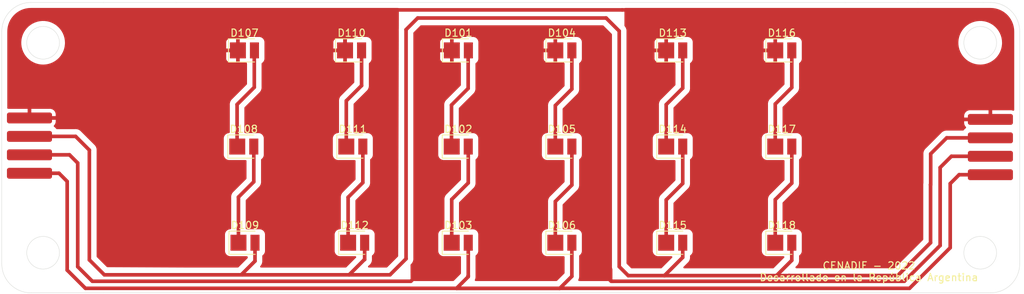
<source format=kicad_pcb>
(kicad_pcb (version 20211014) (generator pcbnew)
  (layers (0 "F.Cu" signal) (31 "B.Cu" signal) (34 "B.Paste" user) (35 "F.Paste" user) (36 "B.SilkS" user "B.Silkscreen") (37 "F.SilkS" user "F.Silkscreen") (38 "B.Mask" user) (39 "F.Mask" user) (44 "Edge.Cuts" user))
  (net 0 "")
  (net 1 "Net-(D101-Pad2)")
  (net 2 "Net-(D101-Pad1)")
  (net 3 "Net-(D102-Pad2)")
  (net 4 "Net-(D103-Pad2)")
  (net 5 "Net-(D104-Pad2)")
  (net 6 "Net-(D105-Pad2)")
  (net 7 "Net-(D107-Pad2)")
  (net 8 "Net-(D107-Pad1)")
  (net 9 "Net-(D108-Pad2)")
  (net 10 "Net-(D109-Pad2)")
  (net 11 "Net-(D110-Pad2)")
  (net 12 "Net-(D111-Pad2)")
  (net 13 "Net-(D113-Pad2)")
  (net 14 "Net-(D114-Pad2)")
  (net 15 "Net-(D116-Pad2)")
  (net 16 "Net-(D117-Pad2)")
  (footprint "LED_SMD:LED_PLCC_2835" (layer "F.Cu") (at 182.68 93.19)
    (fp_text reference "D117" (at 0 -2.4) (layer "F.SilkS"))
    (fp_text value "LED")
    (fp_line (start -2.2 -1.6) (end -2.2 1.6) (layer "F.SilkS") (width 0.12))
    (fp_line (start 1.4 1.6) (end -2.2 1.6) (layer "F.SilkS") (width 0.12))
    (fp_line (start 1.4 -1.6) (end -2.2 -1.6) (layer "F.SilkS") (width 0.12))
    (pad "1" smd rect locked (at -0.9 0) (size 2.2 2.2) (layers "F.Cu" "F.Paste" "F.Mask") (net 15 "Net-(D116-Pad2)"))
    (pad "2" smd rect locked (at 1.375 0) (size 1.25 2.2) (layers "F.Cu" "F.Paste" "F.Mask") (net 16 "Net-(D117-Pad2)"))
  )
  (footprint "LED_SMD:LED_PLCC_2835" (layer "F.Cu") (at 108.68 93.19)
    (fp_text reference "D108" (at 0 -2.4) (layer "F.SilkS"))
    (fp_text value "LED")
    (fp_line (start 1.4 -1.6) (end -2.2 -1.6) (layer "F.SilkS") (width 0.12))
    (fp_line (start 1.4 1.6) (end -2.2 1.6) (layer "F.SilkS") (width 0.12))
    (fp_line (start -2.2 -1.6) (end -2.2 1.6) (layer "F.SilkS") (width 0.12))
    (pad "1" smd rect locked (at -0.9 0) (size 2.2 2.2) (layers "F.Cu" "F.Paste" "F.Mask") (net 7 "Net-(D107-Pad2)"))
    (pad "2" smd rect locked (at 1.375 0) (size 1.25 2.2) (layers "F.Cu" "F.Paste" "F.Mask") (net 9 "Net-(D108-Pad2)"))
  )
  (footprint "LED_SMD:LED_PLCC_2835" (layer "F.Cu") (at 182.68 79.94)
    (fp_text reference "D116" (at 0 -2.4) (layer "F.SilkS"))
    (fp_text value "LED")
    (fp_line (start 1.4 -1.6) (end -2.2 -1.6) (layer "F.SilkS") (width 0.12))
    (fp_line (start 1.4 1.6) (end -2.2 1.6) (layer "F.SilkS") (width 0.12))
    (fp_line (start -2.2 -1.6) (end -2.2 1.6) (layer "F.SilkS") (width 0.12))
    (pad "1" smd rect locked (at -0.9 0) (size 2.2 2.2) (layers "F.Cu" "F.Paste" "F.Mask") (net 8 "Net-(D107-Pad1)"))
    (pad "2" smd rect locked (at 1.375 0) (size 1.25 2.2) (layers "F.Cu" "F.Paste" "F.Mask") (net 15 "Net-(D116-Pad2)"))
  )
  (footprint "LED_SMD:LED_PLCC_2835" (layer "F.Cu") (at 167.68 93.19)
    (fp_text reference "D114" (at 0 -2.4) (layer "F.SilkS"))
    (fp_text value "LED")
    (fp_line (start 1.4 1.6) (end -2.2 1.6) (layer "F.SilkS") (width 0.12))
    (fp_line (start -2.2 -1.6) (end -2.2 1.6) (layer "F.SilkS") (width 0.12))
    (fp_line (start 1.4 -1.6) (end -2.2 -1.6) (layer "F.SilkS") (width 0.12))
    (pad "1" smd rect locked (at -0.9 0) (size 2.2 2.2) (layers "F.Cu" "F.Paste" "F.Mask") (net 13 "Net-(D113-Pad2)"))
    (pad "2" smd rect locked (at 1.375 0) (size 1.25 2.2) (layers "F.Cu" "F.Paste" "F.Mask") (net 14 "Net-(D114-Pad2)"))
  )
  (footprint "LED_SMD:LED_PLCC_2835" (layer "F.Cu") (at 138.18 93.19)
    (fp_text reference "D102" (at 0 -2.4) (layer "F.SilkS"))
    (fp_text value "LED")
    (fp_line (start -2.2 -1.6) (end -2.2 1.6) (layer "F.SilkS") (width 0.12))
    (fp_line (start 1.4 -1.6) (end -2.2 -1.6) (layer "F.SilkS") (width 0.12))
    (fp_line (start 1.4 1.6) (end -2.2 1.6) (layer "F.SilkS") (width 0.12))
    (pad "1" smd rect locked (at -0.9 0) (size 2.2 2.2) (layers "F.Cu" "F.Paste" "F.Mask") (net 1 "Net-(D101-Pad2)"))
    (pad "2" smd rect locked (at 1.375 0) (size 1.25 2.2) (layers "F.Cu" "F.Paste" "F.Mask") (net 3 "Net-(D102-Pad2)"))
  )
  (footprint "LED_SMD:LED_PLCC_2835" (layer "F.Cu") (at 138.18 106.44)
    (fp_text reference "D103" (at 0 -2.4) (layer "F.SilkS"))
    (fp_text value "LED")
    (fp_line (start 1.4 -1.6) (end -2.2 -1.6) (layer "F.SilkS") (width 0.12))
    (fp_line (start 1.4 1.6) (end -2.2 1.6) (layer "F.SilkS") (width 0.12))
    (fp_line (start -2.2 -1.6) (end -2.2 1.6) (layer "F.SilkS") (width 0.12))
    (pad "1" smd rect locked (at -0.9 0) (size 2.2 2.2) (layers "F.Cu" "F.Paste" "F.Mask") (net 3 "Net-(D102-Pad2)"))
    (pad "2" smd rect locked (at 1.375 0) (size 1.25 2.2) (layers "F.Cu" "F.Paste" "F.Mask") (net 4 "Net-(D103-Pad2)"))
  )
  (footprint "LED_SMD:LED_PLCC_2835" (layer "F.Cu") (at 152.43 79.94)
    (fp_text reference "D104" (at 0 -2.4) (layer "F.SilkS"))
    (fp_text value "LED")
    (fp_line (start -2.2 -1.6) (end -2.2 1.6) (layer "F.SilkS") (width 0.12))
    (fp_line (start 1.4 -1.6) (end -2.2 -1.6) (layer "F.SilkS") (width 0.12))
    (fp_line (start 1.4 1.6) (end -2.2 1.6) (layer "F.SilkS") (width 0.12))
    (pad "1" smd rect locked (at -0.9 0) (size 2.2 2.2) (layers "F.Cu" "F.Paste" "F.Mask") (net 2 "Net-(D101-Pad1)"))
    (pad "2" smd rect locked (at 1.375 0) (size 1.25 2.2) (layers "F.Cu" "F.Paste" "F.Mask") (net 5 "Net-(D104-Pad2)"))
  )
  (footprint "LED_SMD:LED_PLCC_2835" (layer "F.Cu") (at 152.43 93.19)
    (fp_text reference "D105" (at 0 -2.4) (layer "F.SilkS"))
    (fp_text value "LED")
    (fp_line (start -2.2 -1.6) (end -2.2 1.6) (layer "F.SilkS") (width 0.12))
    (fp_line (start 1.4 1.6) (end -2.2 1.6) (layer "F.SilkS") (width 0.12))
    (fp_line (start 1.4 -1.6) (end -2.2 -1.6) (layer "F.SilkS") (width 0.12))
    (pad "1" smd rect locked (at -0.9 0) (size 2.2 2.2) (layers "F.Cu" "F.Paste" "F.Mask") (net 5 "Net-(D104-Pad2)"))
    (pad "2" smd rect locked (at 1.375 0) (size 1.25 2.2) (layers "F.Cu" "F.Paste" "F.Mask") (net 6 "Net-(D105-Pad2)"))
  )
  (footprint "LED_SMD:LED_PLCC_2835" (layer "F.Cu") (at 123.93 106.44)
    (fp_text reference "D112" (at 0 -2.4) (layer "F.SilkS"))
    (fp_text value "LED")
    (fp_line (start 1.4 1.6) (end -2.2 1.6) (layer "F.SilkS") (width 0.12))
    (fp_line (start 1.4 -1.6) (end -2.2 -1.6) (layer "F.SilkS") (width 0.12))
    (fp_line (start -2.2 -1.6) (end -2.2 1.6) (layer "F.SilkS") (width 0.12))
    (pad "1" smd rect locked (at -0.9 0) (size 2.2 2.2) (layers "F.Cu" "F.Paste" "F.Mask") (net 12 "Net-(D111-Pad2)"))
    (pad "2" smd rect locked (at 1.375 0) (size 1.25 2.2) (layers "F.Cu" "F.Paste" "F.Mask") (net 10 "Net-(D109-Pad2)"))
  )
  (footprint "LED_SMD:LED_PLCC_2835" (layer "F.Cu") (at 123.508 79.94)
    (fp_text reference "D110" (at 0 -2.4) (layer "F.SilkS"))
    (fp_text value "LED")
    (fp_line (start 1.4 1.6) (end -2.2 1.6) (layer "F.SilkS") (width 0.12))
    (fp_line (start 1.4 -1.6) (end -2.2 -1.6) (layer "F.SilkS") (width 0.12))
    (fp_line (start -2.2 -1.6) (end -2.2 1.6) (layer "F.SilkS") (width 0.12))
    (pad "1" smd rect locked (at -0.9 0) (size 2.2 2.2) (layers "F.Cu" "F.Paste" "F.Mask") (net 8 "Net-(D107-Pad1)"))
    (pad "2" smd rect locked (at 1.375 0) (size 1.25 2.2) (layers "F.Cu" "F.Paste" "F.Mask") (net 11 "Net-(D110-Pad2)"))
  )
  (footprint "LED_SMD:LED_PLCC_2835" (layer "F.Cu") (at 152.43 106.44)
    (fp_text reference "D106" (at 0 -2.4) (layer "F.SilkS"))
    (fp_text value "LED")
    (fp_line (start 1.4 -1.6) (end -2.2 -1.6) (layer "F.SilkS") (width 0.12))
    (fp_line (start 1.4 1.6) (end -2.2 1.6) (layer "F.SilkS") (width 0.12))
    (fp_line (start -2.2 -1.6) (end -2.2 1.6) (layer "F.SilkS") (width 0.12))
    (pad "1" smd rect locked (at -0.9 0) (size 2.2 2.2) (layers "F.Cu" "F.Paste" "F.Mask") (net 6 "Net-(D105-Pad2)"))
    (pad "2" smd rect locked (at 1.375 0) (size 1.25 2.2) (layers "F.Cu" "F.Paste" "F.Mask") (net 4 "Net-(D103-Pad2)"))
  )
  (footprint "LED_SMD:LED_PLCC_2835" (layer "F.Cu") (at 123.68 93.19)
    (fp_text reference "D111" (at 0 -2.4) (layer "F.SilkS"))
    (fp_text value "LED")
    (fp_line (start 1.4 1.6) (end -2.2 1.6) (layer "F.SilkS") (width 0.12))
    (fp_line (start -2.2 -1.6) (end -2.2 1.6) (layer "F.SilkS") (width 0.12))
    (fp_line (start 1.4 -1.6) (end -2.2 -1.6) (layer "F.SilkS") (width 0.12))
    (pad "1" smd rect locked (at -0.9 0) (size 2.2 2.2) (layers "F.Cu" "F.Paste" "F.Mask") (net 11 "Net-(D110-Pad2)"))
    (pad "2" smd rect locked (at 1.375 0) (size 1.25 2.2) (layers "F.Cu" "F.Paste" "F.Mask") (net 12 "Net-(D111-Pad2)"))
  )
  (footprint "LED_SMD:LED_PLCC_2835" (layer "F.Cu") (at 108.7716 79.94)
    (fp_text reference "D107" (at 0 -2.4) (layer "F.SilkS"))
    (fp_text value "LED")
    (fp_line (start -2.2 -1.6) (end -2.2 1.6) (layer "F.SilkS") (width 0.12))
    (fp_line (start 1.4 1.6) (end -2.2 1.6) (layer "F.SilkS") (width 0.12))
    (fp_line (start 1.4 -1.6) (end -2.2 -1.6) (layer "F.SilkS") (width 0.12))
    (pad "1" smd rect locked (at -0.9 0) (size 2.2 2.2) (layers "F.Cu" "F.Paste" "F.Mask") (net 8 "Net-(D107-Pad1)"))
    (pad "2" smd rect locked (at 1.375 0) (size 1.25 2.2) (layers "F.Cu" "F.Paste" "F.Mask") (net 7 "Net-(D107-Pad2)"))
  )
  (footprint "LED_SMD:LED_PLCC_2835" (layer "F.Cu") (at 138.197 79.94)
    (fp_text reference "D101" (at 0 -2.4) (layer "F.SilkS"))
    (fp_text value "LED")
    (fp_line (start 1.4 -1.6) (end -2.2 -1.6) (layer "F.SilkS") (width 0.12))
    (fp_line (start -2.2 -1.6) (end -2.2 1.6) (layer "F.SilkS") (width 0.12))
    (fp_line (start 1.4 1.6) (end -2.2 1.6) (layer "F.SilkS") (width 0.12))
    (pad "1" smd rect locked (at -0.9 0) (size 2.2 2.2) (layers "F.Cu" "F.Paste" "F.Mask") (net 2 "Net-(D101-Pad1)"))
    (pad "2" smd rect locked (at 1.375 0) (size 1.25 2.2) (layers "F.Cu" "F.Paste" "F.Mask") (net 1 "Net-(D101-Pad2)"))
  )
  (footprint "LED_SMD:LED_PLCC_2835" (layer "F.Cu") (at 182.68 106.44)
    (fp_text reference "D118" (at 0 -2.4) (layer "F.SilkS"))
    (fp_text value "LED")
    (fp_line (start 1.4 1.6) (end -2.2 1.6) (layer "F.SilkS") (width 0.12))
    (fp_line (start -2.2 -1.6) (end -2.2 1.6) (layer "F.SilkS") (width 0.12))
    (fp_line (start 1.4 -1.6) (end -2.2 -1.6) (layer "F.SilkS") (width 0.12))
    (pad "1" smd rect locked (at -0.9 0) (size 2.2 2.2) (layers "F.Cu" "F.Paste" "F.Mask") (net 16 "Net-(D117-Pad2)"))
    (pad "2" smd rect locked (at 1.375 0) (size 1.25 2.2) (layers "F.Cu" "F.Paste" "F.Mask") (net 10 "Net-(D109-Pad2)"))
  )
  (footprint "LED_SMD:LED_PLCC_2835" (layer "F.Cu") (at 167.68 79.94)
    (fp_text reference "D113" (at 0 -2.4) (layer "F.SilkS"))
    (fp_text value "LED")
    (fp_line (start 1.4 -1.6) (end -2.2 -1.6) (layer "F.SilkS") (width 0.12))
    (fp_line (start 1.4 1.6) (end -2.2 1.6) (layer "F.SilkS") (width 0.12))
    (fp_line (start -2.2 -1.6) (end -2.2 1.6) (layer "F.SilkS") (width 0.12))
    (pad "1" smd rect locked (at -0.9 0) (size 2.2 2.2) (layers "F.Cu" "F.Paste" "F.Mask") (net 8 "Net-(D107-Pad1)"))
    (pad "2" smd rect locked (at 1.375 0) (size 1.25 2.2) (layers "F.Cu" "F.Paste" "F.Mask") (net 13 "Net-(D113-Pad2)"))
  )
  (footprint "LED_SMD:LED_PLCC_2835" (layer "F.Cu") (at 108.8478 106.44)
    (fp_text reference "D109" (at 0 -2.4) (layer "F.SilkS"))
    (fp_text value "LED")
    (fp_line (start 1.4 -1.6) (end -2.2 -1.6) (layer "F.SilkS") (width 0.12))
    (fp_line (start 1.4 1.6) (end -2.2 1.6) (layer "F.SilkS") (width 0.12))
    (fp_line (start -2.2 -1.6) (end -2.2 1.6) (layer "F.SilkS") (width 0.12))
    (pad "1" smd rect locked (at -0.9 0) (size 2.2 2.2) (layers "F.Cu" "F.Paste" "F.Mask") (net 9 "Net-(D108-Pad2)"))
    (pad "2" smd rect locked (at 1.375 0) (size 1.25 2.2) (layers "F.Cu" "F.Paste" "F.Mask") (net 10 "Net-(D109-Pad2)"))
  )
  (footprint "LED_SMD:LED_PLCC_2835" (layer "F.Cu") (at 167.68 106.44)
    (fp_text reference "D115" (at 0 -2.4) (layer "F.SilkS"))
    (fp_text value "LED")
    (fp_line (start 1.4 -1.6) (end -2.2 -1.6) (layer "F.SilkS") (width 0.12))
    (fp_line (start -2.2 -1.6) (end -2.2 1.6) (layer "F.SilkS") (width 0.12))
    (fp_line (start 1.4 1.6) (end -2.2 1.6) (layer "F.SilkS") (width 0.12))
    (pad "1" smd rect locked (at -0.9 0) (size 2.2 2.2) (layers "F.Cu" "F.Paste" "F.Mask") (net 14 "Net-(D114-Pad2)"))
    (pad "2" smd rect locked (at 1.375 0) (size 1.25 2.2) (layers "F.Cu" "F.Paste" "F.Mask") (net 10 "Net-(D109-Pad2)"))
  )
  (footprint "BarraCC:molex_EDGELOCK_4-CKT_Mod" (layer "F.Cu") (at 79.205 93.06 90)
    (fp_text reference "J101" hide)
    (fp_text value "Conn_01x04" hide)
    (pad "1" connect roundrect (at -3.81 0 90) (size 1.5 6.2) (layers "F.Cu" "F.Mask") (roundrect_rratio 0.2) (net 4 "Net-(D103-Pad2)"))
    (pad "2" connect roundrect (at -1.27 0 90) (size 1.5 6.2) (layers "F.Cu" "F.Mask") (roundrect_rratio 0.2) (net 2 "Net-(D101-Pad1)"))
    (pad "3" connect roundrect (at 1.27 0 90) (size 1.5 6.2) (layers "F.Cu" "F.Mask") (roundrect_rratio 0.2) (net 10 "Net-(D109-Pad2)"))
    (pad "4" connect roundrect (at 3.81 0 90) (size 1.5 6.2) (layers "F.Cu" "F.Mask") (roundrect_rratio 0.2) (net 8 "Net-(D107-Pad1)"))
  )
  (footprint "BarraCC:molex_EDGELOCK_4-CKT_Mod" (layer "F.Cu") (at 211.37 93.26 90)
    (fp_text reference "J102" hide)
    (fp_text value "Conn_01x04" hide)
    (pad "1" connect roundrect (at -3.81 0 90) (size 1.5 6.2) (layers "F.Cu" "F.Mask") (roundrect_rratio 0.2) (net 4 "Net-(D103-Pad2)"))
    (pad "2" connect roundrect (at -1.27 0 90) (size 1.5 6.2) (layers "F.Cu" "F.Mask") (roundrect_rratio 0.2) (net 2 "Net-(D101-Pad1)"))
    (pad "3" connect roundrect (at 1.27 0 90) (size 1.5 6.2) (layers "F.Cu" "F.Mask") (roundrect_rratio 0.2) (net 10 "Net-(D109-Pad2)"))
    (pad "4" connect roundrect (at 3.81 0 90) (size 1.5 6.2) (layers "F.Cu" "F.Mask") (roundrect_rratio 0.2) (net 8 "Net-(D107-Pad1)"))
  )
  (gr_line (start 215.4 77.34) (end 215.4 109.34) (layer "Edge.Cuts") (width 0.05))
  (gr_line (start 191.4 113.34) (end 99.4 113.34) (layer "Edge.Cuts") (width 0.05))
  (gr_line (start 75.4 109.34) (end 75.4 77.34) (layer "Edge.Cuts") (width 0.05))
  (gr_line (start 99.4 73.34) (end 191.4 73.34) (layer "Edge.Cuts") (width 0.05))
  (gr_line (start 191.4 73.34) (end 201.4 73.34) (layer "Edge.Cuts") (width 0.05))
  (gr_line (start 191.4 113.34) (end 201.4 113.34) (layer "Edge.Cuts") (width 0.05))
  (gr_line (start 99.4 73.34) (end 89.4 73.34) (layer "Edge.Cuts") (width 0.05))
  (gr_line (start 99.4 113.34) (end 89.4 113.34) (layer "Edge.Cuts") (width 0.05))
  (gr_line (start 210.4 73.34) (end 211.4 73.34) (layer "Edge.Cuts") (width 0.05))
  (gr_line (start 201.4 113.34) (end 211.4 113.34) (layer "Edge.Cuts") (width 0.05))
  (gr_line (start 89.4 73.34) (end 79.4 73.34) (layer "Edge.Cuts") (width 0.05))
  (gr_line (start 89.4 113.34) (end 79.4 113.34) (layer "Edge.Cuts") (width 0.05))
  (gr_circle (center 209.97 78.89) (end 212.22 78.89) (layer "Edge.Cuts") (width 0.05) (fill none))
  (gr_circle (center 81.08 78.89) (end 83.33 78.89) (layer "Edge.Cuts") (width 0.05) (fill none))
  (gr_circle (center 81.08 107.82) (end 83.33 107.82) (layer "Edge.Cuts") (width 0.05) (fill none))
  (gr_arc (start 79.4 113.34) (mid 76.571573 112.168427) (end 75.4 109.34) (layer "Edge.Cuts") (width 0.05))
  (gr_arc (start 215.4 109.34) (mid 214.228427 112.168427) (end 211.4 113.34) (layer "Edge.Cuts") (width 0.05))
  (gr_line (start 201.4 73.34) (end 210.4 73.34) (layer "Edge.Cuts") (width 0.05))
  (gr_circle (center 209.97 107.82) (end 212.22 107.82) (layer "Edge.Cuts") (width 0.05) (fill none))
  (gr_arc (start 75.4 77.34) (mid 76.571573 74.511573) (end 79.4 73.34) (layer "Edge.Cuts") (width 0.05))
  (gr_arc (start 211.4 73.34) (mid 214.228427 74.511573) (end 215.4 77.34) (layer "Edge.Cuts") (width 0.05))
  (gr_text "CENADIF - 2022\nDesarrollado en la República Argentina" (at 194.6656 110.4138) (layer "F.SilkS") (effects (font (size 1 1))))
  (segment (start 139.542 80.07) (end 139.542 85.178) (width 0.5) (layer "F.Cu") (net 1))
  (segment (start 139.542 85.178) (end 137.25 87.47) (width 0.5) (layer "F.Cu") (net 1))
  (segment (start 137.25 87.47) (end 137.25 93.32) (width 0.5) (layer "F.Cu") (net 1))
  (segment (start 84.71 94.33) (end 85.84 95.46) (width 0.5) (layer "F.Cu") (net 2))
  (segment (start 79.205 94.33) (end 84.71 94.33) (width 0.5) (layer "F.Cu") (net 2))
  (segment (start 159.2172 111.75) (end 159.4458 111.75) (width 0.5) (layer "F.Cu") (net 2))
  (segment (start 204.115 107.165) (end 204.46 106.82) (width 0.5) (layer "F.Cu") (net 2))
  (segment (start 133.4008 110.0074) (end 133.4008 78.994) (width 0.5) (layer "F.Cu") (net 2))
  (segment (start 157.7594 79.629) (end 157.7594 110.2922) (width 0.5) (layer "F.Cu") (net 2))
  (segment (start 204.46 96.08) (end 206.01 94.53) (width 0.5) (layer "F.Cu") (net 2))
  (segment (start 133.4008 78.994) (end 135.3058 77.089) (width 0.5) (layer "F.Cu") (net 2))
  (segment (start 87.85 111.75) (end 131.6582 111.75) (width 0.5) (layer "F.Cu") (net 2))
  (segment (start 204.46 106.82) (end 204.46 96.08) (width 0.5) (layer "F.Cu") (net 2))
  (segment (start 159.4458 111.75) (end 199.53 111.75) (width 0.5) (layer "F.Cu") (net 2))
  (segment (start 85.84 95.46) (end 85.84 109.74) (width 0.5) (layer "F.Cu") (net 2))
  (segment (start 135.3058 77.089) (end 155.2194 77.089) (width 0.5) (layer "F.Cu") (net 2))
  (segment (start 204.115 107.165) (end 199.53 111.75) (width 0.5) (layer "F.Cu") (net 2))
  (segment (start 155.2194 77.089) (end 157.7594 79.629) (width 0.5) (layer "F.Cu") (net 2))
  (segment (start 85.84 109.74) (end 87.85 111.75) (width 0.5) (layer "F.Cu") (net 2))
  (segment (start 157.7594 110.2922) (end 159.2172 111.75) (width 0.5) (layer "F.Cu") (net 2))
  (segment (start 131.6582 111.75) (end 133.4008 110.0074) (width 0.5) (layer "F.Cu") (net 2))
  (segment (start 206.01 94.53) (end 211.37 94.53) (width 0.5) (layer "F.Cu") (net 2))
  (segment (start 139.555 98.195) (end 137.28 100.47) (width 0.5) (layer "F.Cu") (net 3))
  (segment (start 137.28 100.47) (end 137.28 105.88999) (width 0.5) (layer "F.Cu") (net 3))
  (segment (start 139.555 93.19) (end 139.555 98.195) (width 0.5) (layer "F.Cu") (net 3))
  (segment (start 139.555 110.975) (end 139.555 111.115) (width 0.5) (layer "F.Cu") (net 4))
  (segment (start 153.805 106.44) (end 153.805 111.065) (width 0.5) (layer "F.Cu") (net 4))
  (segment (start 152.15 112.72) (end 152.08 112.72) (width 0.5) (layer "F.Cu") (net 4))
  (segment (start 153.805 111.065) (end 152.15 112.72) (width 0.5) (layer "F.Cu") (net 4))
  (segment (start 205.844981 98.295019) (end 207.07 97.07) (width 0.5) (layer "F.Cu") (net 4))
  (segment (start 205.844981 107.124981) (end 205.844981 98.295019) (width 0.5) (layer "F.Cu") (net 4))
  (segment (start 200.249963 112.72) (end 205.844981 107.124981) (width 0.5) (layer "F.Cu") (net 4))
  (segment (start 83.27 96.87) (end 79.205 96.87) (width 0.5) (layer "F.Cu") (net 4))
  (segment (start 84.39 110.21) (end 84.39 98.01) (width 0.5) (layer "F.Cu") (net 4))
  (segment (start 139.555 110.975) (end 139.52 111.01) (width 0.5) (layer "F.Cu") (net 4))
  (segment (start 137.95 112.72) (end 152.08 112.72) (width 0.5) (layer "F.Cu") (net 4))
  (segment (start 137.95 112.72) (end 200.249963 112.72) (width 0.5) (layer "F.Cu") (net 4))
  (segment (start 139.555 106.44) (end 139.555 108.065) (width 0.5) (layer "F.Cu") (net 4))
  (segment (start 207.07 97.07) (end 211.37 97.07) (width 0.5) (layer "F.Cu") (net 4))
  (segment (start 139.555 108.065) (end 139.555 110.975) (width 0.5) (layer "F.Cu") (net 4))
  (segment (start 137.95 112.72) (end 86.9 112.72) (width 0.5) (layer "F.Cu") (net 4))
  (segment (start 84.39 97.99) (end 83.27 96.87) (width 0.5) (layer "F.Cu") (net 4))
  (segment (start 139.555 111.115) (end 137.95 112.72) (width 0.5) (layer "F.Cu") (net 4))
  (segment (start 86.9 112.72) (end 84.39 110.21) (width 0.5) (layer "F.Cu") (net 4))
  (segment (start 153.805 85.265) (end 151.53 87.54) (width 0.5) (layer "F.Cu") (net 5))
  (segment (start 153.805 79.94) (end 153.805 85.265) (width 0.5) (layer "F.Cu") (net 5))
  (segment (start 151.53 87.54) (end 151.53 93.19) (width 0.5) (layer "F.Cu") (net 5))
  (segment (start 153.805 93.19) (end 153.805 98.485) (width 0.5) (layer "F.Cu") (net 6))
  (segment (start 153.805 98.485) (end 151.53 100.76) (width 0.5) (layer "F.Cu") (net 6))
  (segment (start 151.53 100.76) (end 151.53 106.01499) (width 0.5) (layer "F.Cu") (net 6))
  (segment (start 107.76 87.39) (end 107.76 93.24) (width 0.5) (layer "F.Cu") (net 7))
  (segment (start 110.1266 85.0234) (end 107.76 87.39) (width 0.5) (layer "F.Cu") (net 7))
  (segment (start 110.1266 79.99) (end 110.1266 85.0234) (width 0.5) (layer "F.Cu") (net 7))
  (segment (start 162.625 74.36) (end 162.6758 74.36) (width 0.5) (layer "F.Cu") (net 8))
  (segment (start 162.6758 74.36) (end 163.0568 74.36) (width 0.5) (layer "F.Cu") (net 8))
  (segment (start 160.72 74.36) (end 162.625 74.36) (width 0.5) (layer "F.Cu") (net 8))
  (segment (start 126.588 74.36) (end 160.72 74.36) (width 0.5) (layer "F.Cu") (net 8))
  (segment (start 122.608 79.94) (end 122.608 78.34) (width 0.5) (layer "F.Cu") (net 8))
  (segment (start 122.608 78.34) (end 126.588 74.36) (width 0.5) (layer "F.Cu") (net 8))
  (segment (start 110.055 98.045) (end 107.9478 100.1522) (width 0.5) (layer "F.Cu") (net 9))
  (segment (start 107.9478 100.1522) (end 107.9478 106.01499) (width 0.5) (layer "F.Cu") (net 9))
  (segment (start 110.055 93.19) (end 110.055 98.045) (width 0.5) (layer "F.Cu") (net 9))
  (segment (start 198.62 110.96) (end 203.14 106.44) (width 0.5) (layer "F.Cu") (net 10))
  (segment (start 169.055 108.455) (end 166.53999 110.97001) (width 0.5) (layer "F.Cu") (net 10))
  (segment (start 181.94999 110.97001) (end 166.53999 110.97001) (width 0.5) (layer "F.Cu") (net 10))
  (segment (start 79.205 91.79) (end 85.55 91.79) (width 0.5) (layer "F.Cu") (net 10))
  (segment (start 184.055 106.44) (end 184.055 108.865) (width 0.5) (layer "F.Cu") (net 10))
  (segment (start 203.16 98.42934) (end 203.16 94.19) (width 0.5) (layer "F.Cu") (net 10))
  (segment (start 89.5 110.86) (end 108.5 110.86) (width 0.5) (layer "F.Cu") (net 10))
  (segment (start 110.2228 108.9672) (end 108.415 110.775) (width 0.5) (layer "F.Cu") (net 10))
  (segment (start 183.66001 110.97001) (end 183.67002 110.96) (width 0.5) (layer "F.Cu") (net 10))
  (segment (start 123.17 110.86) (end 128.79 110.86) (width 0.5) (layer "F.Cu") (net 10))
  (segment (start 205.36 91.99) (end 211.37 91.99) (width 0.5) (layer "F.Cu") (net 10))
  (segment (start 131 77.08) (end 132.6 75.48) (width 0.5) (layer "F.Cu") (net 10))
  (segment (start 123.17 110.86) (end 108.5 110.86) (width 0.5) (layer "F.Cu") (net 10))
  (segment (start 161.55999 110.97001) (end 166.53999 110.97001) (width 0.5) (layer "F.Cu") (net 10))
  (segment (start 87.44 93.68) (end 87.44 108.8) (width 0.5) (layer "F.Cu") (net 10))
  (segment (start 158.52 75.48) (end 160.319992 77.279992) (width 0.5) (layer "F.Cu") (net 10))
  (segment (start 181.94999 110.97001) (end 183.66001 110.97001) (width 0.5) (layer "F.Cu") (net 10))
  (segment (start 110.2228 106.44) (end 110.2228 108.9672) (width 0.5) (layer "F.Cu") (net 10))
  (segment (start 85.55 91.79) (end 87.44 93.68) (width 0.5) (layer "F.Cu") (net 10))
  (segment (start 160.319992 109.730012) (end 161.55999 110.97001) (width 0.5) (layer "F.Cu") (net 10))
  (segment (start 203.14 98.44934) (end 203.16 98.42934) (width 0.5) (layer "F.Cu") (net 10))
  (segment (start 203.14 106.44) (end 203.14 98.44934) (width 0.5) (layer "F.Cu") (net 10))
  (segment (start 160.319992 77.279992) (end 160.319992 109.730012) (width 0.5) (layer "F.Cu") (net 10))
  (segment (start 128.79 110.86) (end 131 108.65) (width 0.5) (layer "F.Cu") (net 10))
  (segment (start 131 108.65) (end 131 77.08) (width 0.5) (layer "F.Cu") (net 10))
  (segment (start 125.305 108.745) (end 125.305 106.44) (width 0.5) (layer "F.Cu") (net 10))
  (segment (start 123.17 110.86) (end 125.285 108.745) (width 0.5) (layer "F.Cu") (net 10))
  (segment (start 183.67002 110.96) (end 198.62 110.96) (width 0.5) (layer "F.Cu") (net 10))
  (segment (start 87.44 108.8) (end 89.5 110.86) (width 0.5) (layer "F.Cu") (net 10))
  (segment (start 125.285 108.745) (end 125.305 108.745) (width 0.5) (layer "F.Cu") (net 10))
  (segment (start 169.055 106.44) (end 169.055 108.455) (width 0.5) (layer "F.Cu") (net 10))
  (segment (start 184.055 108.865) (end 181.94999 110.97001) (width 0.5) (layer "F.Cu") (net 10))
  (segment (start 203.16 94.19) (end 205.36 91.99) (width 0.5) (layer "F.Cu") (net 10))
  (segment (start 132.6 75.48) (end 158.52 75.48) (width 0.5) (layer "F.Cu") (net 10))
  (segment (start 124.883 79.74) (end 124.883 84.787) (width 0.5) (layer "F.Cu") (net 11))
  (segment (start 122.78 86.89) (end 122.78 93.24) (width 0.5) (layer "F.Cu") (net 11))
  (segment (start 124.883 84.787) (end 122.78 86.89) (width 0.5) (layer "F.Cu") (net 11))
  (segment (start 125.055 98.155) (end 123.03 100.18) (width 0.5) (layer "F.Cu") (net 12))
  (segment (start 125.055 93.19) (end 125.055 98.155) (width 0.5) (layer "F.Cu") (net 12))
  (segment (start 123.03 100.18) (end 123.03 106.01499) (width 0.5) (layer "F.Cu") (net 12))
  (segment (start 169.055 85.135) (end 166.78 87.41) (width 0.5) (layer "F.Cu") (net 13))
  (segment (start 169.055 79.94) (end 169.055 85.135) (width 0.5) (layer "F.Cu") (net 13))
  (segment (start 166.78 87.41) (end 166.78 93.19) (width 0.5) (layer "F.Cu") (net 13))
  (segment (start 169.055 93.19) (end 169.055 98.265) (width 0.5) (layer "F.Cu") (net 14))
  (segment (start 166.78 100.54) (end 166.78 105.88999) (width 0.5) (layer "F.Cu") (net 14))
  (segment (start 169.055 98.265) (end 166.78 100.54) (width 0.5) (layer "F.Cu") (net 14))
  (segment (start 181.78 87.33) (end 181.78 93.19) (width 0.5) (layer "F.Cu") (net 15))
  (segment (start 184.055 85.055) (end 181.78 87.33) (width 0.5) (layer "F.Cu") (net 15))
  (segment (start 184.055 79.94) (end 184.055 85.055) (width 0.5) (layer "F.Cu") (net 15))
  (segment (start 181.78 100.5) (end 181.78 105.88999) (width 0.5) (layer "F.Cu") (net 16))
  (segment (start 184.055 93.19) (end 184.055 98.225) (width 0.5) (layer "F.Cu") (net 16))
  (segment (start 184.055 98.225) (end 181.78 100.5) (width 0.5) (layer "F.Cu") (net 16))
  (zone (net 8) (net_name "Net-(D107-Pad1)") (layer "F.Cu") (connect_pads (clearance 0.75)) (min_thickness 0.254) (fill yes (thermal_gap 0.508) (thermal_bridge_width 0.508))
    (polygon (pts (xy 129.910104 109.984776) (xy 75.880104 109.749776) (xy 75.985 72.9975) (xy 130.015 73.1825)))
  )
  (zone (net 8) (net_name "Net-(D107-Pad1)") (layer "F.Cu") (connect_pads (clearance 0.75)) (min_thickness 0.254) (fill yes (thermal_gap 0.508) (thermal_bridge_width 0.508))
    (polygon (pts (xy 216.005 113.507813) (xy 161.0106 113.538) (xy 161.036 73.1774) (xy 215.91 73.154375)))
  )
  (zone (net 2) (net_name "Net-(D101-Pad1)") (layer "F.Cu") (connect_pads (clearance 0.75)) (min_thickness 0.254) (fill yes (thermal_gap 0.508) (thermal_bridge_width 0.508))
    (polygon (pts (xy 159.385 112.0394) (xy 131.63 112.07) (xy 131.392072 76.292434) (xy 159.3596 75.9968)))
  )
)
</source>
